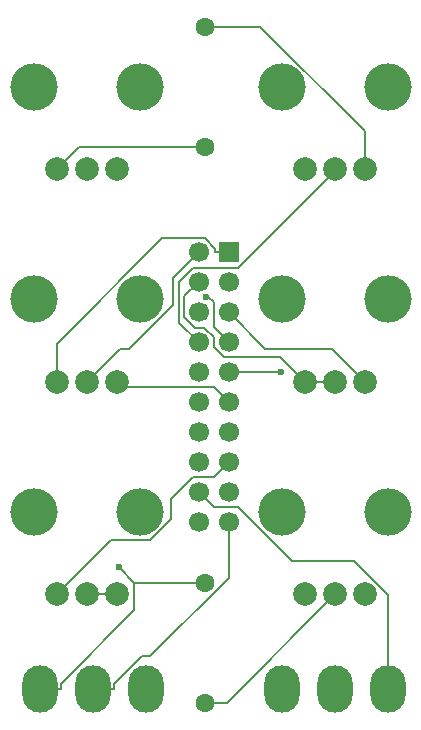
<source format=gbr>
%TF.GenerationSoftware,KiCad,Pcbnew,9.0.5*%
%TF.CreationDate,2025-10-05T20:16:51+02:00*%
%TF.ProjectId,11_fm_drum_io,31315f66-6d5f-4647-9275-6d5f696f2e6b,rev?*%
%TF.SameCoordinates,Original*%
%TF.FileFunction,Copper,L2,Bot*%
%TF.FilePolarity,Positive*%
%FSLAX46Y46*%
G04 Gerber Fmt 4.6, Leading zero omitted, Abs format (unit mm)*
G04 Created by KiCad (PCBNEW 9.0.5) date 2025-10-05 20:16:51*
%MOMM*%
%LPD*%
G01*
G04 APERTURE LIST*
%TA.AperFunction,ComponentPad*%
%ADD10O,3.000000X4.000000*%
%TD*%
%TA.AperFunction,ComponentPad*%
%ADD11C,4.000000*%
%TD*%
%TA.AperFunction,ComponentPad*%
%ADD12C,2.000000*%
%TD*%
%TA.AperFunction,ComponentPad*%
%ADD13C,1.600000*%
%TD*%
%TA.AperFunction,ComponentPad*%
%ADD14R,1.700000X1.700000*%
%TD*%
%TA.AperFunction,ComponentPad*%
%ADD15C,1.700000*%
%TD*%
%TA.AperFunction,ViaPad*%
%ADD16C,0.600000*%
%TD*%
%TA.AperFunction,Conductor*%
%ADD17C,0.200000*%
%TD*%
G04 APERTURE END LIST*
D10*
%TO.P,SW2,1,A*%
%TO.N,io sine{slash}pulse pin 1*%
X110500000Y-100000000D03*
%TO.P,SW2,2,B*%
%TO.N,io sine{slash}pulse pin 2*%
X106000000Y-100000000D03*
%TO.P,SW2,3,C*%
%TO.N,io sine{slash}pulse pin 3*%
X101500000Y-100000000D03*
%TD*%
D11*
%TO.P,RV1,*%
%TO.N,*%
X80500000Y-67000000D03*
X89500000Y-67000000D03*
D12*
%TO.P,RV1,1,1*%
%TO.N,io tune lvl pin 1*%
X82460000Y-74000000D03*
%TO.P,RV1,2,2*%
%TO.N,io tune lvl pin 2*%
X85000000Y-74000000D03*
%TO.P,RV1,3,3*%
%TO.N,GND*%
X87540000Y-74000000D03*
%TD*%
D11*
%TO.P,RV4,*%
%TO.N,*%
X80500000Y-49000000D03*
X89500000Y-49000000D03*
D12*
%TO.P,RV4,1,1*%
%TO.N,+12V*%
X82460000Y-56000000D03*
%TO.P,RV4,2,2*%
%TO.N,io tune 1 pin 2*%
X85000000Y-56000000D03*
%TO.P,RV4,3,3*%
%TO.N,io tune 1 pin 3*%
X87540000Y-56000000D03*
%TD*%
D11*
%TO.P,RV5,*%
%TO.N,*%
X101500000Y-49000000D03*
X110500000Y-49000000D03*
D12*
%TO.P,RV5,1,1*%
%TO.N,io tune 2 pin 3*%
X103460000Y-56000000D03*
%TO.P,RV5,2,2*%
%TO.N,io tune 2 pin 2*%
X106000000Y-56000000D03*
%TO.P,RV5,3,3*%
%TO.N,Net-(R1-Pad1)*%
X108540000Y-56000000D03*
%TD*%
D11*
%TO.P,RV6,*%
%TO.N,*%
X80500000Y-85000000D03*
X89500000Y-85000000D03*
D12*
%TO.P,RV6,1,1*%
%TO.N,io decay pin 1*%
X82460000Y-92000000D03*
%TO.P,RV6,2,2*%
%TO.N,io decay pin 2*%
X85000000Y-92000000D03*
%TO.P,RV6,3,3*%
X87540000Y-92000000D03*
%TD*%
D10*
%TO.P,SW1,1,A*%
%TO.N,io fm on{slash}off pin 1*%
X90000000Y-100000000D03*
%TO.P,SW1,2,B*%
%TO.N,io fm on{slash}off pin 2*%
X85500000Y-100000000D03*
%TO.P,SW1,3,C*%
%TO.N,GND*%
X81000000Y-100000000D03*
%TD*%
D11*
%TO.P,RV3,*%
%TO.N,*%
X101500000Y-85000000D03*
X110500000Y-85000000D03*
D12*
%TO.P,RV3,1,1*%
%TO.N,io tune decay 1*%
X103460000Y-92000000D03*
%TO.P,RV3,2,2*%
%TO.N,Net-(R2-Pad2)*%
X106000000Y-92000000D03*
%TO.P,RV3,3,3*%
X108540000Y-92000000D03*
%TD*%
D11*
%TO.P,RV2,*%
%TO.N,*%
X101500000Y-67000000D03*
X110500000Y-67000000D03*
D12*
%TO.P,RV2,1,1*%
%TO.N,io tune depth 1*%
X103460000Y-74000000D03*
%TO.P,RV2,2,2*%
X106000000Y-74000000D03*
%TO.P,RV2,3,3*%
%TO.N,io tune depth 2*%
X108540000Y-74000000D03*
%TD*%
D13*
%TO.P,R1,1*%
%TO.N,Net-(R1-Pad1)*%
X95000000Y-43920000D03*
%TO.P,R1,2*%
%TO.N,+12V*%
X95000000Y-54080000D03*
%TD*%
D14*
%TO.P,J1,1,Pin_1*%
%TO.N,io tune lvl pin 1*%
X97000000Y-63000000D03*
D15*
%TO.P,J1,2,Pin_2*%
%TO.N,io tune lvl pin 2*%
X94460000Y-63000000D03*
%TO.P,J1,3,Pin_3*%
%TO.N,io tune decay 1*%
X97000000Y-65540000D03*
%TO.P,J1,4,Pin_4*%
%TO.N,io tune depth 1*%
X94460000Y-65540000D03*
%TO.P,J1,5,Pin_5*%
%TO.N,io tune depth 2*%
X97000000Y-68080000D03*
%TO.P,J1,6,Pin_6*%
%TO.N,io tune 1 pin 2*%
X94460000Y-68080000D03*
%TO.P,J1,7,Pin_7*%
%TO.N,io tune 1 pin 3*%
X97000000Y-70620000D03*
%TO.P,J1,8,Pin_8*%
%TO.N,io tune 2 pin 2*%
X94460000Y-70620000D03*
%TO.P,J1,9,Pin_9*%
%TO.N,io tune 2 pin 3*%
X97000000Y-73160000D03*
%TO.P,J1,10,Pin_10*%
%TO.N,unconnected-(J1-Pin_10-Pad10)*%
X94460000Y-73160000D03*
%TO.P,J1,11,Pin_11*%
%TO.N,GND*%
X97000000Y-75700000D03*
%TO.P,J1,12,Pin_12*%
%TO.N,+12V*%
X94460000Y-75700000D03*
%TO.P,J1,13,Pin_13*%
%TO.N,unconnected-(J1-Pin_13-Pad13)*%
X97000000Y-78240000D03*
%TO.P,J1,14,Pin_14*%
%TO.N,io decay pin 2*%
X94460000Y-78240000D03*
%TO.P,J1,15,Pin_15*%
%TO.N,io decay pin 1*%
X97000000Y-80780000D03*
%TO.P,J1,16,Pin_16*%
%TO.N,io sine{slash}pulse pin 3*%
X94460000Y-80780000D03*
%TO.P,J1,17,Pin_17*%
%TO.N,io sine{slash}pulse pin 2*%
X97000000Y-83320000D03*
%TO.P,J1,18,Pin_18*%
%TO.N,io sine{slash}pulse pin 1*%
X94460000Y-83320000D03*
%TO.P,J1,19,Pin_19*%
%TO.N,io fm on{slash}off pin 2*%
X97000000Y-85860000D03*
%TO.P,J1,20,Pin_20*%
%TO.N,io fm on{slash}off pin 1*%
X94460000Y-85860000D03*
%TD*%
D13*
%TO.P,R2,1*%
%TO.N,GND*%
X95000000Y-91000000D03*
%TO.P,R2,2*%
%TO.N,Net-(R2-Pad2)*%
X95000000Y-101160000D03*
%TD*%
D16*
%TO.N,io tune 1 pin 3*%
X95126700Y-66810000D03*
%TO.N,io tune 2 pin 3*%
X101457800Y-73138900D03*
%TO.N,GND*%
X87714400Y-89705100D03*
%TD*%
D17*
%TO.N,Net-(R2-Pad2)*%
X96840000Y-101160000D02*
X106000000Y-92000000D01*
X95000000Y-101160000D02*
X96840000Y-101160000D01*
%TO.N,Net-(R1-Pad1)*%
X108540000Y-52756300D02*
X108540000Y-56000000D01*
X99703700Y-43920000D02*
X108540000Y-52756300D01*
X95000000Y-43920000D02*
X99703700Y-43920000D01*
%TO.N,io tune 1 pin 3*%
X95730000Y-69350000D02*
X97000000Y-70620000D01*
X95730000Y-67254700D02*
X95730000Y-69350000D01*
X95285300Y-66810000D02*
X95730000Y-67254700D01*
X95285300Y-66810000D02*
X95126700Y-66810000D01*
%TO.N,io decay pin 1*%
X95730000Y-82050000D02*
X97000000Y-80780000D01*
X94030100Y-82050000D02*
X95730000Y-82050000D01*
X92130600Y-83949500D02*
X94030100Y-82050000D01*
X92130600Y-85636300D02*
X92130600Y-83949500D01*
X90339900Y-87427000D02*
X92130600Y-85636300D01*
X87033000Y-87427000D02*
X90339900Y-87427000D01*
X82460000Y-92000000D02*
X87033000Y-87427000D01*
%TO.N,io fm on{slash}off pin 2*%
X87301700Y-99610500D02*
X87301700Y-100000000D01*
X89676000Y-97236200D02*
X87301700Y-99610500D01*
X90330100Y-97236200D02*
X89676000Y-97236200D01*
X97000000Y-90566300D02*
X90330100Y-97236200D01*
X97000000Y-85860000D02*
X97000000Y-90566300D01*
X85500000Y-100000000D02*
X87301700Y-100000000D01*
%TO.N,io tune lvl pin 2*%
X87798700Y-71201300D02*
X85000000Y-74000000D01*
X88587300Y-71201300D02*
X87798700Y-71201300D01*
X92266800Y-67521800D02*
X88587300Y-71201300D01*
X92266800Y-65193200D02*
X92266800Y-67521800D01*
X94460000Y-63000000D02*
X92266800Y-65193200D01*
%TO.N,io tune 2 pin 2*%
X92815800Y-68975800D02*
X94460000Y-70620000D01*
X92815800Y-65532300D02*
X92815800Y-68975800D01*
X94014800Y-64333300D02*
X92815800Y-65532300D01*
X97793400Y-64333300D02*
X94014800Y-64333300D01*
X106000000Y-56126700D02*
X97793400Y-64333300D01*
X106000000Y-56000000D02*
X106000000Y-56126700D01*
%TO.N,io tune 2 pin 3*%
X97021100Y-73138900D02*
X97000000Y-73160000D01*
X101457800Y-73138900D02*
X97021100Y-73138900D01*
%TO.N,GND*%
X81000000Y-100000000D02*
X82801700Y-100000000D01*
X87970000Y-74430000D02*
X87540000Y-74000000D01*
X95730000Y-74430000D02*
X87970000Y-74430000D01*
X97000000Y-75700000D02*
X95730000Y-74430000D01*
X89009300Y-93342000D02*
X89009300Y-91000000D01*
X82801700Y-99549600D02*
X89009300Y-93342000D01*
X82801700Y-100000000D02*
X82801700Y-99549600D01*
X95000000Y-91000000D02*
X89009300Y-91000000D01*
X89009300Y-91000000D02*
X87714400Y-89705100D01*
%TO.N,io tune depth 1*%
X106000000Y-74000000D02*
X103460000Y-74000000D01*
X93270200Y-66729800D02*
X94460000Y-65540000D01*
X93270200Y-68546300D02*
X93270200Y-66729800D01*
X94133900Y-69410000D02*
X93270200Y-68546300D01*
X94962400Y-69410000D02*
X94133900Y-69410000D01*
X95790000Y-70237600D02*
X94962400Y-69410000D01*
X95790000Y-71065300D02*
X95790000Y-70237600D01*
X96650300Y-71925600D02*
X95790000Y-71065300D01*
X101385600Y-71925600D02*
X96650300Y-71925600D01*
X103460000Y-74000000D02*
X101385600Y-71925600D01*
%TO.N,io decay pin 2*%
X85000000Y-92000000D02*
X87540000Y-92000000D01*
%TO.N,+12V*%
X84380000Y-54080000D02*
X82460000Y-56000000D01*
X95000000Y-54080000D02*
X84380000Y-54080000D01*
%TO.N,io tune lvl pin 1*%
X82460000Y-70756300D02*
X82460000Y-74000000D01*
X91385400Y-61830900D02*
X82460000Y-70756300D01*
X94967100Y-61830900D02*
X91385400Y-61830900D01*
X95848300Y-62712100D02*
X94967100Y-61830900D01*
X95848300Y-63000000D02*
X95848300Y-62712100D01*
X97000000Y-63000000D02*
X95848300Y-63000000D01*
%TO.N,io sine{slash}pulse pin 1*%
X95729800Y-84589800D02*
X94460000Y-83320000D01*
X97795100Y-84589800D02*
X95729800Y-84589800D01*
X102346800Y-89141500D02*
X97795100Y-84589800D01*
X107580500Y-89141500D02*
X102346800Y-89141500D01*
X110500000Y-92061000D02*
X107580500Y-89141500D01*
X110500000Y-100000000D02*
X110500000Y-92061000D01*
%TO.N,io tune depth 2*%
X105741200Y-71201200D02*
X108540000Y-74000000D01*
X100121200Y-71201200D02*
X105741200Y-71201200D01*
X97000000Y-68080000D02*
X100121200Y-71201200D01*
%TD*%
M02*

</source>
